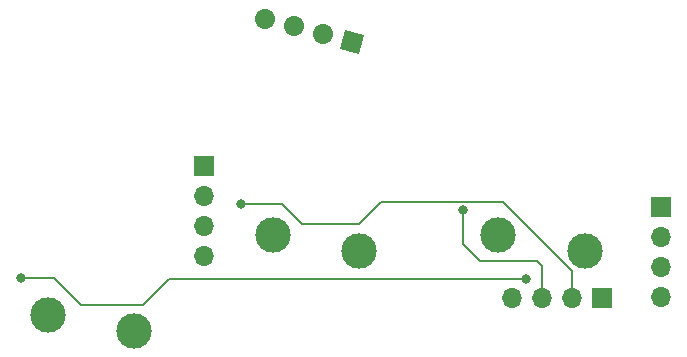
<source format=gbr>
G04 #@! TF.GenerationSoftware,KiCad,Pcbnew,(5.1.4)-1*
G04 #@! TF.CreationDate,2023-09-09T05:29:41-04:00*
G04 #@! TF.ProjectId,ThumbsUp,5468756d-6273-4557-902e-6b696361645f,rev?*
G04 #@! TF.SameCoordinates,Original*
G04 #@! TF.FileFunction,Copper,L1,Top*
G04 #@! TF.FilePolarity,Positive*
%FSLAX46Y46*%
G04 Gerber Fmt 4.6, Leading zero omitted, Abs format (unit mm)*
G04 Created by KiCad (PCBNEW (5.1.4)-1) date 2023-09-09 05:29:41*
%MOMM*%
%LPD*%
G04 APERTURE LIST*
%ADD10C,1.700000*%
%ADD11C,1.700000*%
%ADD12C,0.100000*%
%ADD13O,1.700000X1.700000*%
%ADD14R,1.700000X1.700000*%
%ADD15C,3.000000*%
%ADD16C,0.800000*%
%ADD17C,0.200000*%
G04 APERTURE END LIST*
D10*
X-63698748Y-442424931D03*
D11*
X-63698748Y-442424931D02*
X-63698748Y-442424931D01*
D10*
X-61245296Y-443082331D03*
D11*
X-61245296Y-443082331D02*
X-61245296Y-443082331D01*
D10*
X-58791845Y-443739732D03*
D11*
X-58791845Y-443739732D02*
X-58791845Y-443739732D01*
D10*
X-56338393Y-444397132D03*
D12*
G36*
X-55737352Y-445438165D02*
G01*
X-57379426Y-444998173D01*
X-56939434Y-443356099D01*
X-55297360Y-443796091D01*
X-55737352Y-445438165D01*
X-55737352Y-445438165D01*
G37*
D13*
X-68875511Y-462499102D03*
X-68875511Y-459959102D03*
X-68875511Y-457419102D03*
D14*
X-68875511Y-454879102D03*
D13*
X-30153013Y-465983573D03*
X-30153013Y-463443573D03*
X-30153013Y-460903573D03*
D14*
X-30153013Y-458363573D03*
D15*
X-43930455Y-460771918D03*
X-36630455Y-462121918D03*
X-82050000Y-467510000D03*
X-74750000Y-468860000D03*
X-63010000Y-460771918D03*
X-55710000Y-462121918D03*
D13*
X-42743868Y-466051045D03*
X-40203868Y-466051045D03*
X-37663868Y-466051045D03*
D14*
X-35123868Y-466051045D03*
D16*
X-46930000Y-458620000D03*
X-65730000Y-458120000D03*
X-41620000Y-464480000D03*
X-84340000Y-464430000D03*
D17*
X-46930000Y-461520000D02*
X-46930000Y-459185685D01*
X-40203868Y-466051045D02*
X-40203868Y-463346132D01*
X-45520000Y-462930000D02*
X-46930000Y-461520000D01*
X-40620000Y-462930000D02*
X-45520000Y-462930000D01*
X-46930000Y-459185685D02*
X-46930000Y-458620000D01*
X-40203868Y-463346132D02*
X-40620000Y-462930000D01*
X-60530000Y-459820000D02*
X-62230000Y-458120000D01*
X-65164315Y-458120000D02*
X-65730000Y-458120000D01*
X-62230000Y-458120000D02*
X-65164315Y-458120000D01*
X-37663868Y-463786132D02*
X-43530000Y-457920000D01*
X-55730000Y-459820000D02*
X-60530000Y-459820000D01*
X-53830000Y-457920000D02*
X-55730000Y-459820000D01*
X-37663868Y-466051045D02*
X-37663868Y-463786132D01*
X-43530000Y-457920000D02*
X-53830000Y-457920000D01*
X-74050000Y-466700000D02*
X-79300000Y-466700000D01*
X-41620000Y-464480000D02*
X-71830000Y-464480000D01*
X-79300000Y-466700000D02*
X-81570000Y-464430000D01*
X-81570000Y-464430000D02*
X-84340000Y-464430000D01*
X-71830000Y-464480000D02*
X-74050000Y-466700000D01*
M02*

</source>
